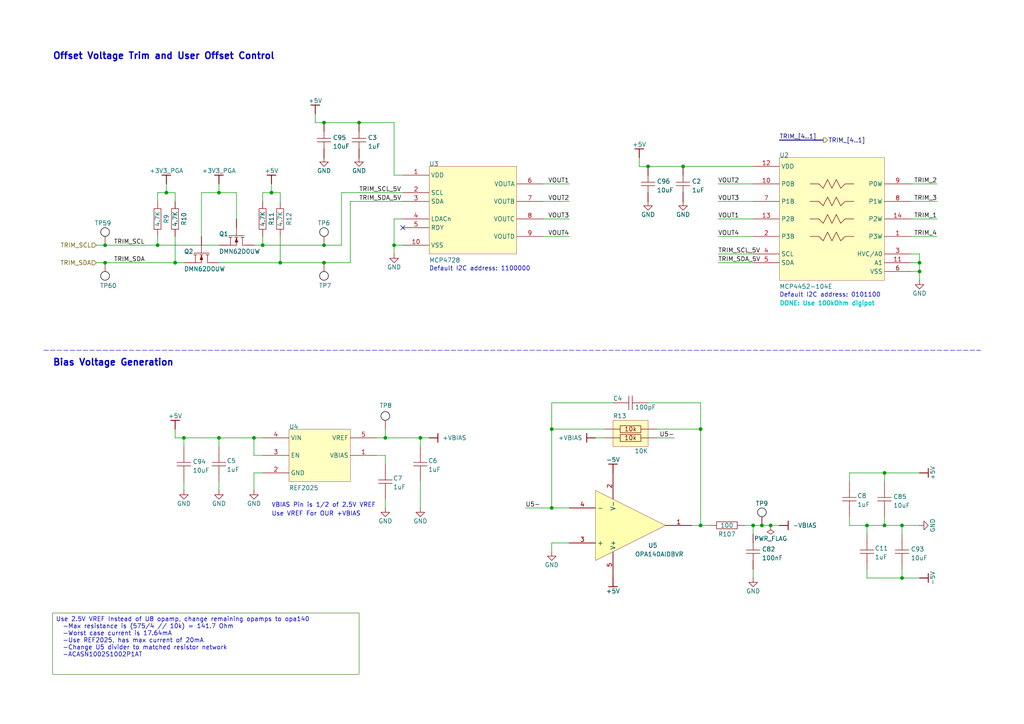
<source format=kicad_sch>
(kicad_sch (version 20250114) (generator "eeschema") (generator_version "9.0")
  (paper "A4")
  (title_block (title "ThunderScope") (rev "5.2") (company "EEVengers") (comment 1 "Aleksa Bjelogrlic"))
  (lib_symbols
    (symbol "Thunderscope_Rev5:+3V3_PGA_BAR" (power)
      (property "Value" "+3V3_PGA" (at 0 -3.81 0))
      (symbol "+3V3_PGA_BAR_0_0"
        (polyline (pts (xy -1.27 -2.54) (xy 1.27 -2.54)) (stroke (width 0.254)))
        (polyline (pts (xy 0 0) (xy 0 -2.54)) (stroke (width 0.254)))
        (pin power_in line (at 0 0 0) (length 0) (hide yes) (name "+3V3_PGA") (number ""))
      )
    )
    (symbol "Thunderscope_Rev5:+5V_BAR" (power)
      (property "Value" "+5V" (at 0 -3.81 0))
      (symbol "+5V_BAR_0_0"
        (polyline (pts (xy -1.27 -2.54) (xy 1.27 -2.54)) (stroke (width 0.254)))
        (polyline (pts (xy 0 0) (xy 0 -2.54)) (stroke (width 0.254)))
        (pin power_in line (at 0 0 0) (length 0) (hide yes) (name "+5V") (number ""))
      )
    )
    (symbol "Thunderscope_Rev5:+VBIAS_BAR" (power)
      (property "Value" "+VBIAS" (at 0 -3.81 0))
      (symbol "+VBIAS_BAR_0_0"
        (polyline (pts (xy -1.27 -2.54) (xy 1.27 -2.54)) (stroke (width 0.254)))
        (polyline (pts (xy 0 0) (xy 0 -2.54)) (stroke (width 0.254)))
        (pin power_in line (at 0 0 0) (length 0) (hide yes) (name "+VBIAS") (number ""))
      )
    )
    (symbol "Thunderscope_Rev5:-5V_BAR" (power)
      (property "Value" "-5V" (at 0 -3.81 0))
      (symbol "-5V_BAR_0_0"
        (polyline (pts (xy -1.27 -2.54) (xy 1.27 -2.54)) (stroke (width 0.254)))
        (polyline (pts (xy 0 0) (xy 0 -2.54)) (stroke (width 0.254)))
        (pin power_in line (at 0 0 0) (length 0) (hide yes) (name "-5V") (number ""))
      )
    )
    (symbol "Thunderscope_Rev5:-VBIAS_BAR" (power)
      (property "Value" "-VBIAS" (at 0 -3.81 0))
      (symbol "-VBIAS_BAR_0_0"
        (polyline (pts (xy -1.27 -2.54) (xy 1.27 -2.54)) (stroke (width 0.254)))
        (polyline (pts (xy 0 0) (xy 0 -2.54)) (stroke (width 0.254)))
        (pin power_in line (at 0 0 0) (length 0) (hide yes) (name "-VBIAS") (number ""))
      )
    )
    (symbol "Thunderscope_Rev5:CAP 100nF 16V X7R 0402" (pin_numbers (hide yes)) (pin_names (hide yes))
      (property "Reference" "C" (at 0 0 0))
      (property "Value" "100nF" (at 0 0 0))
      (symbol "CAP 100nF 16V X7R 0402_1_0"
        (polyline (pts (xy -2 0.5) (xy 2 0.5)))
        (polyline (pts (xy -2 -0.5) (xy 2 -0.5)))
        (polyline (pts (xy 0 2.54) (xy 0 0.5)))
        (polyline (pts (xy 0 -2.54) (xy 0 -0.5)))
        (pin passive line (at 0 5.08 270) (length 2.54) (name "2") (number "2"))
        (pin passive line (at 0 -5.08 90) (length 2.54) (name "1") (number "1"))
      )
    )
    (symbol "Thunderscope_Rev5:CAP 100pF 50V C0G 0402" (pin_numbers (hide yes)) (pin_names (hide yes))
      (property "Reference" "C" (at 0 0 0))
      (property "Value" "100pF" (at 0 0 0))
      (symbol "CAP 100pF 50V C0G 0402_1_0"
        (polyline (pts (xy -2 0.5) (xy 2 0.5)))
        (polyline (pts (xy -2 -0.5) (xy 2 -0.5)))
        (polyline (pts (xy 0 2.54) (xy 0 0.5)))
        (polyline (pts (xy 0 -2.54) (xy 0 -0.5)))
        (pin passive line (at 0 5.08 270) (length 2.54) (name "2") (number "2"))
        (pin passive line (at 0 -5.08 90) (length 2.54) (name "1") (number "1"))
      )
    )
    (symbol "Thunderscope_Rev5:CAP 10uF 25V X5R 0603" (pin_numbers (hide yes)) (pin_names (hide yes))
      (property "Reference" "C" (at 0 0 0))
      (property "Value" "10uF" (at 0 0 0))
      (symbol "CAP 10uF 25V X5R 0603_1_0"
        (polyline (pts (xy -2 0.5) (xy 2 0.5)))
        (polyline (pts (xy -2 -0.5) (xy 2 -0.5)))
        (polyline (pts (xy 0 2.54) (xy 0 0.5)))
        (polyline (pts (xy 0 -2.54) (xy 0 -0.5)))
        (pin passive line (at 0 5.08 270) (length 2.54) (name "2") (number "2"))
        (pin passive line (at 0 -5.08 90) (length 2.54) (name "1") (number "1"))
      )
    )
    (symbol "Thunderscope_Rev5:CAP 1uF 25V X5R 0402" (pin_numbers (hide yes)) (pin_names (hide yes))
      (property "Reference" "C" (at 0 0 0))
      (property "Value" "1uF" (at 0 0 0))
      (symbol "CAP 1uF 25V X5R 0402_1_0"
        (polyline (pts (xy 0 2.54) (xy 0 0.5)))
        (polyline (pts (xy 0 -2.54) (xy 0 -0.5)))
        (polyline (pts (xy 2 0.5) (xy -2 0.5)))
        (polyline (pts (xy 2 -0.5) (xy -2 -0.5)))
        (pin passive line (at 0 5.08 270) (length 2.54) (name "1") (number "1"))
        (pin passive line (at 0 -5.08 90) (length 2.54) (name "2") (number "2"))
      )
    )
    (symbol "Thunderscope_Rev5:GND" (power) (pin_numbers (hide yes)) (pin_names (offset 0) (hide yes))
      (property "Value" "GND" (at 0 -3.81 0))
      (symbol "GND_0_1"
        (polyline (pts (xy 0 0) (xy 0 -1.27) (xy 1.27 -1.27) (xy 0 -2.54) (xy -1.27 -1.27) (xy 0 -1.27)))
      )
      (symbol "GND_1_1"
        (pin power_in line (at 0 0 270) (length 0) (name "~") (number "1"))
      )
    )
    (symbol "Thunderscope_Rev5:IC DAC QUAD MCP4728"
      (property "Reference" "U" (at 0 0 0))
      (property "Value" "MCP4728" (at 0 0 0))
      (symbol "IC DAC QUAD MCP4728_1_0"
        (rectangle (start 12.7 12.7) (end -12.7 -12.7) (stroke (width 0.0254) (color 128 0 0 1)) (fill (type background)))
        (pin power_in line (at -20.32 10.16 0) (length 7.62) (name "VDD") (number "1"))
        (pin open_collector line (at -20.32 5.08 0) (length 7.62) (name "SCL") (number "2"))
        (pin open_collector line (at -20.32 2.54 0) (length 7.62) (name "SDA") (number "3"))
        (pin input line (at -20.32 -2.54 0) (length 7.62) (name "LDACn") (number "4"))
        (pin open_collector line (at -20.32 -5.08 0) (length 7.62) (name "RDY") (number "5"))
        (pin power_in line (at -20.32 -10.16 0) (length 7.62) (name "VSS") (number "10"))
        (pin output line (at 20.32 7.62 180) (length 7.62) (name "VOUTA") (number "6"))
        (pin output line (at 20.32 2.54 180) (length 7.62) (name "VOUTB") (number "7"))
        (pin output line (at 20.32 -2.54 180) (length 7.62) (name "VOUTC") (number "8"))
        (pin output line (at 20.32 -7.62 180) (length 7.62) (name "VOUTD") (number "9"))
      )
    )
    (symbol "Thunderscope_Rev5:IC DIGIPOT QUAD MCP4452-104E"
      (property "Reference" "U" (at 0 0 0))
      (property "Value" "MCP4452-104E" (at 0 0 0))
      (symbol "IC DIGIPOT QUAD MCP4452-104E_1_0"
        (polyline (pts (xy 11.43 -7.62) (xy 8.89 -7.62)))
        (polyline (pts (xy 11.43 -7.62) (xy 12.7 -8.89) (xy 13.97 -6.35) (xy 15.24 -8.89) (xy 16.51 -6.35) (xy 17.78 -8.89)))
        (polyline (pts (xy 11.43 -12.7) (xy 8.89 -12.7)))
        (polyline (pts (xy 11.43 -12.7) (xy 12.7 -13.97) (xy 13.97 -11.43) (xy 15.24 -13.97) (xy 16.51 -11.43) (xy 17.78 -13.97)))
        (polyline (pts (xy 11.43 -17.78) (xy 8.89 -17.78)))
        (polyline (pts (xy 11.43 -17.78) (xy 12.7 -19.05) (xy 13.97 -16.51) (xy 15.24 -19.05) (xy 16.51 -16.51) (xy 17.78 -19.05)))
        (polyline (pts (xy 11.43 -22.86) (xy 8.89 -22.86)))
        (polyline (pts (xy 11.43 -22.86) (xy 12.7 -24.13) (xy 13.97 -21.59) (xy 15.24 -24.13) (xy 16.51 -21.59) (xy 17.78 -24.13)))
        (polyline (pts (xy 17.78 -8.89) (xy 19.05 -7.62) (xy 21.59 -7.62)))
        (polyline (pts (xy 17.78 -13.97) (xy 19.05 -12.7) (xy 21.59 -12.7)))
        (polyline (pts (xy 17.78 -19.05) (xy 19.05 -17.78) (xy 21.59 -17.78)))
        (polyline (pts (xy 17.78 -24.13) (xy 19.05 -22.86) (xy 21.59 -22.86)))
        (rectangle (start 30.48 0) (end 0 -35.56) (stroke (width 0.0254) (color 128 0 0 1)) (fill (type background)))
        (pin power_in line (at -7.62 -2.54 0) (length 7.62) (name "VDD") (number "12"))
        (pin passive line (at -7.62 -7.62 0) (length 7.62) (name "P0B") (number "10"))
        (pin passive line (at -7.62 -12.7 0) (length 7.62) (name "P1B") (number "7"))
        (pin passive line (at -7.62 -17.78 0) (length 7.62) (name "P2B") (number "13"))
        (pin passive line (at -7.62 -22.86 0) (length 7.62) (name "P3B") (number "2"))
        (pin open_collector line (at -7.62 -27.94 0) (length 7.62) (name "SCL") (number "4"))
        (pin open_collector line (at -7.62 -30.48 0) (length 7.62) (name "SDA") (number "5"))
        (pin passive line (at 38.1 -7.62 180) (length 7.62) (name "P0W") (number "9"))
        (pin passive line (at 38.1 -12.7 180) (length 7.62) (name "P1W") (number "8"))
        (pin passive line (at 38.1 -17.78 180) (length 7.62) (name "P2W") (number "14"))
        (pin passive line (at 38.1 -22.86 180) (length 7.62) (name "P3W") (number "1"))
        (pin input line (at 38.1 -27.94 180) (length 7.62) (name "HVC/A0") (number "3"))
        (pin input line (at 38.1 -30.48 180) (length 7.62) (name "A1") (number "11"))
        (pin power_in line (at 38.1 -33.02 180) (length 7.62) (name "VSS") (number "6"))
      )
    )
    (symbol "Thunderscope_Rev5:IC OPAMP OPA140"
      (property "Reference" "U" (at 0 0 0))
      (property "Value" "OPA140AIDBVR" (at 0 0 0))
      (symbol "IC OPAMP OPA140_1_0"
        (polyline (pts (xy -10.16 10.16) (xy 10.16 0) (xy -10.16 -10.16) (xy -10.16 10.16)) (stroke (width 0.0254) (color 128 0 0 1)) (fill (type color) (color 255 255 176 1)))
        (pin input line (at -17.78 5.08 0) (length 7.62) (name "+") (number "3"))
        (pin input line (at -17.78 -5.08 0) (length 7.62) (name "-") (number "4"))
        (pin power_in line (at -5.08 15.24 270) (length 7.62) (name "V+") (number "5"))
        (pin power_in line (at -5.08 -15.24 90) (length 7.62) (name "V-") (number "2"))
        (pin output line (at 17.78 0 180) (length 7.62) (name "OUT") (number "1"))
      )
    )
    (symbol "Thunderscope_Rev5:IC VREF REF2025"
      (property "Reference" "U" (at 0 0 0))
      (property "Value" "REF2025" (at 0 0 0))
      (symbol "IC VREF REF2025_1_0"
        (rectangle (start 25.4 0) (end 7.62 -15.24) (stroke (width 0.0254) (color 128 0 0 1)) (fill (type background)))
        (pin power_in line (at 0 -2.54 0) (length 7.62) (name "VIN") (number "4"))
        (pin input line (at 0 -7.62 0) (length 7.62) (name "EN") (number "3"))
        (pin power_in line (at 0 -12.7 0) (length 7.62) (name "GND") (number "2"))
        (pin power_out line (at 33.02 -2.54 180) (length 7.62) (name "VREF") (number "5"))
        (pin power_out line (at 33.02 -7.62 180) (length 7.62) (name "VBIAS") (number "1"))
      )
    )
    (symbol "Thunderscope_Rev5:NMOS DMN62D0UW" (pin_numbers (hide yes)) (pin_names (hide yes))
      (property "Reference" "Q" (at 0 0 0))
      (property "Value" "DMN62D0UW" (at 0 0 0))
      (symbol "NMOS DMN62D0UW_1_0"
        (polyline (pts (xy -2.54 0) (xy -0.254 0)))
        (polyline (pts (xy -0.254 2.25) (xy -0.254 -2.25)))
        (polyline (pts (xy 0.246 2.25) (xy 0.246 1.25)))
        (polyline (pts (xy 0.246 0) (xy 1.746 -0.5) (xy 1.746 0.5) (xy 0.246 0)) (stroke (width -0.0001)) (fill (type outline)))
        (polyline (pts (xy 0.246 -0.5) (xy 0.246 0.5)))
        (polyline (pts (xy 0.246 -2.25) (xy 0.246 -1.25)))
        (polyline (pts (xy 2.54 1.783) (xy 2.54 2.54)))
        (polyline (pts (xy 2.54 1.75) (xy 0.246 1.75)))
        (polyline (pts (xy 2.54 0) (xy 0.246 0)))
        (polyline (pts (xy 2.54 0) (xy 2.54 -2.54)))
        (polyline (pts (xy 2.54 -1.75) (xy 0.246 -1.75)))
        (pin passive line (at -5.08 0 0) (length 2.54) (name "G") (number "2"))
        (pin passive line (at 2.54 5.08 270) (length 2.54) (name "D") (number "1"))
        (pin passive line (at 2.54 -5.08 90) (length 2.54) (name "S") (number "3"))
      )
    )
    (symbol "Thunderscope_Rev5:RES 100 OHM 1% 1/10W 0402" (pin_numbers (hide yes)) (pin_names (hide yes))
      (property "Reference" "R" (at 0 0 0))
      (property "Value" "100" (at 0 0 0))
      (symbol "RES 100 OHM 1% 1/10W 0402_1_0"
        (rectangle (start 3 0.976) (end -3 -1.056))
        (pin passive line (at -5.08 0 0) (length 2) (name "1") (number "1"))
        (pin passive line (at 5.08 0 180) (length 2) (name "2") (number "2"))
      )
    )
    (symbol "Thunderscope_Rev5:RES 4.7K OHM 1% 1/10W 0402" (pin_numbers (hide yes)) (pin_names (hide yes))
      (property "Reference" "R" (at 0 0 0))
      (property "Value" "4.7K" (at 0 0 0))
      (symbol "RES 4.7K OHM 1% 1/10W 0402_1_0"
        (rectangle (start 3 1.056) (end -3 -0.976))
        (pin passive line (at -5.08 0 0) (length 2) (name "1") (number "1"))
        (pin passive line (at 5.08 0 180) (length 2) (name "2") (number "2"))
      )
    )
    (symbol "Thunderscope_Rev5:RES ARRAY 2x 10K OHM 0.05% 0606" (pin_numbers (hide yes)) (pin_names (hide yes))
      (property "Reference" "R" (at 0 0 0))
      (property "Value" "10K" (at 0 0 0))
      (symbol "RES ARRAY 2x 10K OHM 0.05% 0606_1_0"
        (rectangle (start 10.62 -1.564) (end 4.62 -3.596))
        (rectangle (start 10.62 -4.104) (end 4.62 -6.136))
        (rectangle (start 12.7 0) (end 2.54 -7.62) (stroke (width 0.0254) (color 128 0 0 1)) (fill (type background)))
        (text "10k" (at 7.62 -2.54 0) (effects (font (size 1.27 1.27))))
        (text "10k" (at 7.62 -5.08 0) (effects (font (size 1.27 1.27))))
        (pin passive line (at 0 -2.54 0) (length 4.54) (name "1") (number "1"))
        (pin passive line (at 0 -5.08 0) (length 4.54) (name "2") (number "2"))
        (pin passive line (at 15.24 -2.54 180) (length 4.54) (name "4") (number "4"))
        (pin passive line (at 15.24 -5.08 180) (length 4.54) (name "3") (number "3"))
      )
    )
    (symbol "Thunderscope_Rev5:TP PCB 1mm" (pin_numbers (hide yes)) (pin_names (hide yes))
      (property "Reference" "T" (at 0 0 0))
      (symbol "TP PCB 1mm_1_0"
        (circle (center 3.81 0) (radius 1.27) (stroke (width 0) (color 0 0 0 1)))
        (pin passive line (at 0 0 0) (length 2.54) (name "1") (number "1"))
      )
    )
    (symbol "power:PWR_FLAG" (power) (pin_numbers (hide yes)) (pin_names (offset 0) (hide yes))
      (property "Value" "PWR_FLAG" (at 0 3.81 0))
      (symbol "PWR_FLAG_0_0"
        (pin power_out line (at 0 0 90) (length 0) (name "~") (number "1"))
      )
      (symbol "PWR_FLAG_0_1"
        (polyline (pts (xy 0 0) (xy 0 1.27) (xy -1.016 1.905) (xy 0 2.54) (xy 1.016 1.905) (xy 0 1.27)))
      )
    )
  )
  (text "Bias Voltage Generation" (at 15.24 104.14 0) (effects (font (size 1.905 1.905) (thickness 0.381) (bold yes)) (justify left top)))
  (text "Default I2C address: 0101100" (at 226.06 86.36 0) (effects (font (size 1.27 1.27)) (justify left bottom)))
  (text "Offset Voltage Trim and User Offset Control" (at 15.24 15.24 0) (effects (font (size 1.905 1.905) (thickness 0.381) (bold yes)) (justify left top)))
  (text "Use VREF For OUR +VBIAS" (at 78.74 149.86 0) (effects (font (size 1.27 1.27) (thickness 0.1588)) (justify left bottom)))
  (text "Default I2C address: 1100000" (at 124.46 78.74 0) (effects (font (size 1.27 1.27)) (justify left bottom)))
  (text "DONE: Use 100kOhm digipot" (at 226.06 88.9 0) (effects (font (size 1.27 1.27) (thickness 0.254) (bold yes)) (justify left bottom)))
  (text "VBIAS Pin is 1/2 of 2.5V VREF" (at 78.74 147.32 0) (effects (font (size 1.27 1.27) (thickness 0.1588)) (justify left bottom)))
  (text_box "Use 2.5V VREF Instead of U8 opamp, change remaining opamps to opa140\n  -Max resistance is (575/4 // 10k) = 141.7 Ohm\n  -Worst case current is 17.64mA\n  -Use REF2025, has max current of 20mA\n  -Change U5 divider to matched resistor network\n  -ACASN1002S1002P1AT" (at 15.24 177.8 0) (size 88.9 17.78) (margins 0.9525 0.9525 0.9525 0.9525) (stroke (width 0) (color 56 118 29 1)) (fill (type color) (color 255 255 255 1)) (effects (font (size 1.27 1.27)) (justify left top)))
  (junction (at 203.2 152.4))
  (junction (at 48.26 55.88))
  (junction (at 53.34 127))
  (junction (at 73.66 127))
  (junction (at 81.28 76.2))
  (junction (at 76.2 71.12))
  (junction (at 121.92 127))
  (junction (at 187.96 48.26))
  (junction (at 93.98 71.12))
  (junction (at 104.14 35.56))
  (junction (at 261.62 167.64))
  (junction (at 50.8 76.2))
  (junction (at 218.44 152.4))
  (junction (at 223.52 152.4))
  (junction (at 256.54 137.16))
  (junction (at 266.7 76.2))
  (junction (at 78.74 55.88))
  (junction (at 63.5 127))
  (junction (at 160.02 124.46))
  (junction (at 266.7 78.74))
  (junction (at 45.72 71.12))
  (junction (at 30.48 76.2))
  (junction (at 203.2 124.46))
  (junction (at 63.5 55.88))
  (junction (at 30.48 71.12))
  (junction (at 160.02 147.32))
  (junction (at 114.3 71.12))
  (junction (at 93.98 35.56))
  (junction (at 251.46 152.4))
  (junction (at 198.12 48.26))
  (junction (at 256.54 152.4))
  (junction (at 220.98 152.4))
  (junction (at 261.62 152.4))
  (junction (at 111.76 127))
  (junction (at 93.98 76.2))
  (no_connect (at 116.84 66.04))
  (wire (pts (xy 261.62 152.4) (xy 256.54 152.4)))
  (wire (pts (xy 116.84 71.12) (xy 114.3 71.12)))
  (wire (pts (xy 185.42 45.72) (xy 185.42 48.26)))
  (polyline (pts (xy 12.7 101.6) (xy 284.48 101.6)) (stroke (width 0.127) (type dash)))
  (wire (pts (xy 114.3 35.56) (xy 114.3 50.8)))
  (wire (pts (xy 73.66 142.24) (xy 73.66 137.16)))
  (wire (pts (xy 27.94 71.12) (xy 30.48 71.12)))
  (wire (pts (xy 121.92 127) (xy 124.46 127)))
  (wire (pts (xy 208.28 73.66) (xy 218.44 73.66)))
  (wire (pts (xy 58.42 55.88) (xy 63.5 55.88)))
  (wire (pts (xy 208.28 76.2) (xy 218.44 76.2)))
  (wire (pts (xy 203.2 116.84) (xy 203.2 124.46)))
  (wire (pts (xy 203.2 152.4) (xy 205.74 152.4)))
  (wire (pts (xy 246.38 152.4) (xy 246.38 149.86)))
  (wire (pts (xy 172.72 127) (xy 175.26 127)))
  (wire (pts (xy 203.2 124.46) (xy 203.2 152.4)))
  (wire (pts (xy 50.8 68.58) (xy 50.8 76.2)))
  (wire (pts (xy 91.44 33.02) (xy 91.44 35.56)))
  (wire (pts (xy 104.14 35.56) (xy 114.3 35.56)))
  (wire (pts (xy 157.48 63.5) (xy 165.1 63.5)))
  (wire (pts (xy 50.8 124.46) (xy 50.8 127)))
  (wire (pts (xy 48.26 53.34) (xy 48.26 55.88)))
  (wire (pts (xy 251.46 152.4) (xy 246.38 152.4)))
  (wire (pts (xy 190.5 124.46) (xy 203.2 124.46)))
  (wire (pts (xy 185.42 48.26) (xy 187.96 48.26)))
  (wire (pts (xy 266.7 78.74) (xy 266.7 81.28)))
  (wire (pts (xy 73.66 127) (xy 76.2 127)))
  (wire (pts (xy 63.5 53.34) (xy 63.5 55.88)))
  (wire (pts (xy 264.16 63.5) (xy 271.78 63.5)))
  (wire (pts (xy 256.54 137.16) (xy 256.54 139.7)))
  (wire (pts (xy 256.54 149.86) (xy 256.54 152.4)))
  (wire (pts (xy 116.84 63.5) (xy 114.3 63.5)))
  (wire (pts (xy 160.02 124.46) (xy 160.02 147.32)))
  (wire (pts (xy 99.06 55.88) (xy 116.84 55.88)))
  (wire (pts (xy 157.48 58.42) (xy 165.1 58.42)))
  (wire (pts (xy 261.62 165.1) (xy 261.62 167.64)))
  (wire (pts (xy 215.9 152.4) (xy 218.44 152.4)))
  (wire (pts (xy 53.34 127) (xy 63.5 127)))
  (wire (pts (xy 78.74 55.88) (xy 81.28 55.88)))
  (wire (pts (xy 78.74 53.34) (xy 78.74 55.88)))
  (wire (pts (xy 220.98 152.4) (xy 223.52 152.4)))
  (wire (pts (xy 261.62 152.4) (xy 261.62 154.94)))
  (bus (pts (xy 238.76 40.64) (xy 226.06 40.64)) (stroke (width 0.254)))
  (wire (pts (xy 208.28 63.5) (xy 218.44 63.5)))
  (wire (pts (xy 218.44 152.4) (xy 220.98 152.4)))
  (wire (pts (xy 266.7 73.66) (xy 266.7 76.2)))
  (wire (pts (xy 109.22 127) (xy 111.76 127)))
  (wire (pts (xy 266.7 137.16) (xy 256.54 137.16)))
  (wire (pts (xy 93.98 71.12) (xy 99.06 71.12)))
  (wire (pts (xy 50.8 76.2) (xy 53.34 76.2)))
  (wire (pts (xy 45.72 71.12) (xy 63.5 71.12)))
  (wire (pts (xy 160.02 147.32) (xy 165.1 147.32)))
  (wire (pts (xy 73.66 137.16) (xy 76.2 137.16)))
  (wire (pts (xy 266.7 76.2) (xy 266.7 78.74)))
  (wire (pts (xy 264.16 78.74) (xy 266.7 78.74)))
  (wire (pts (xy 63.5 76.2) (xy 81.28 76.2)))
  (wire (pts (xy 187.96 116.84) (xy 203.2 116.84)))
  (wire (pts (xy 45.72 58.42) (xy 45.72 55.88)))
  (wire (pts (xy 246.38 137.16) (xy 256.54 137.16)))
  (wire (pts (xy 121.92 127) (xy 121.92 129.54)))
  (wire (pts (xy 111.76 127) (xy 121.92 127)))
  (wire (pts (xy 81.28 76.2) (xy 81.28 68.58)))
  (wire (pts (xy 109.22 132.08) (xy 111.76 132.08)))
  (wire (pts (xy 101.6 58.42) (xy 101.6 76.2)))
  (wire (pts (xy 53.34 127) (xy 53.34 129.54)))
  (wire (pts (xy 157.48 68.58) (xy 165.1 68.58)))
  (wire (pts (xy 45.72 55.88) (xy 48.26 55.88)))
  (wire (pts (xy 223.52 152.4) (xy 226.06 152.4)))
  (wire (pts (xy 160.02 124.46) (xy 175.26 124.46)))
  (wire (pts (xy 76.2 55.88) (xy 78.74 55.88)))
  (wire (pts (xy 45.72 68.58) (xy 45.72 71.12)))
  (wire (pts (xy 81.28 76.2) (xy 93.98 76.2)))
  (wire (pts (xy 91.44 35.56) (xy 93.98 35.56)))
  (wire (pts (xy 190.5 127) (xy 195.58 127)))
  (wire (pts (xy 264.16 53.34) (xy 271.78 53.34)))
  (wire (pts (xy 160.02 116.84) (xy 160.02 124.46)))
  (wire (pts (xy 48.26 55.88) (xy 50.8 55.88)))
  (wire (pts (xy 187.96 48.26) (xy 198.12 48.26)))
  (wire (pts (xy 114.3 50.8) (xy 116.84 50.8)))
  (wire (pts (xy 114.3 71.12) (xy 114.3 73.66)))
  (wire (pts (xy 111.76 147.32) (xy 111.76 144.78)))
  (wire (pts (xy 208.28 53.34) (xy 218.44 53.34)))
  (wire (pts (xy 76.2 132.08) (xy 73.66 132.08)))
  (wire (pts (xy 63.5 127) (xy 63.5 129.54)))
  (wire (pts (xy 251.46 154.94) (xy 251.46 152.4)))
  (wire (pts (xy 200.66 152.4) (xy 203.2 152.4)))
  (wire (pts (xy 264.16 58.42) (xy 271.78 58.42)))
  (wire (pts (xy 264.16 68.58) (xy 271.78 68.58)))
  (wire (pts (xy 218.44 165.1) (xy 218.44 167.64)))
  (wire (pts (xy 251.46 167.64) (xy 251.46 165.1)))
  (wire (pts (xy 53.34 139.7) (xy 53.34 142.24)))
  (wire (pts (xy 76.2 58.42) (xy 76.2 55.88)))
  (wire (pts (xy 99.06 55.88) (xy 99.06 71.12)))
  (wire (pts (xy 68.58 55.88) (xy 68.58 63.5)))
  (wire (pts (xy 93.98 35.56) (xy 104.14 35.56)))
  (wire (pts (xy 121.92 147.32) (xy 121.92 139.7)))
  (wire (pts (xy 208.28 58.42) (xy 218.44 58.42)))
  (wire (pts (xy 73.66 132.08) (xy 73.66 127)))
  (wire (pts (xy 30.48 71.12) (xy 45.72 71.12)))
  (wire (pts (xy 264.16 73.66) (xy 266.7 73.66)))
  (wire (pts (xy 58.42 68.58) (xy 58.42 55.88)))
  (wire (pts (xy 101.6 58.42) (xy 116.84 58.42)))
  (wire (pts (xy 198.12 48.26) (xy 218.44 48.26)))
  (wire (pts (xy 81.28 55.88) (xy 81.28 58.42)))
  (wire (pts (xy 264.16 76.2) (xy 266.7 76.2)))
  (wire (pts (xy 50.8 55.88) (xy 50.8 58.42)))
  (wire (pts (xy 177.8 116.84) (xy 160.02 116.84)))
  (wire (pts (xy 261.62 167.64) (xy 251.46 167.64)))
  (wire (pts (xy 63.5 139.7) (xy 63.5 142.24)))
  (wire (pts (xy 208.28 68.58) (xy 218.44 68.58)))
  (wire (pts (xy 111.76 132.08) (xy 111.76 134.62)))
  (wire (pts (xy 30.48 76.2) (xy 50.8 76.2)))
  (wire (pts (xy 160.02 160.02) (xy 160.02 157.48)))
  (wire (pts (xy 266.7 167.64) (xy 261.62 167.64)))
  (wire (pts (xy 63.5 127) (xy 73.66 127)))
  (wire (pts (xy 63.5 55.88) (xy 68.58 55.88)))
  (wire (pts (xy 76.2 71.12) (xy 73.66 71.12)))
  (wire (pts (xy 266.7 152.4) (xy 261.62 152.4)))
  (wire (pts (xy 50.8 127) (xy 53.34 127)))
  (wire (pts (xy 114.3 63.5) (xy 114.3 71.12)))
  (wire (pts (xy 218.44 152.4) (xy 218.44 154.94)))
  (wire (pts (xy 27.94 76.2) (xy 30.48 76.2)))
  (wire (pts (xy 111.76 127) (xy 111.76 124.46)))
  (wire (pts (xy 152.4 147.32) (xy 160.02 147.32)))
  (wire (pts (xy 256.54 152.4) (xy 251.46 152.4)))
  (wire (pts (xy 246.38 137.16) (xy 246.38 139.7)))
  (wire (pts (xy 157.48 53.34) (xy 165.1 53.34)))
  (wire (pts (xy 93.98 76.2) (xy 101.6 76.2)))
  (wire (pts (xy 76.2 71.12) (xy 93.98 71.12)))
  (wire (pts (xy 76.2 71.12) (xy 76.2 68.58)))
  (wire (pts (xy 160.02 157.48) (xy 165.1 157.48)))
  (label "TRIM_SDA" (at 33.02 76.2 0))
  (label "TRIM_3" (at 271.78 58.42 180))
  (label "TRIM_SCL" (at 33.02 71.12 0))
  (label "TRIM_1" (at 271.78 63.5 180))
  (label "VOUT2" (at 165.1 58.42 180))
  (label "TRIM_SCL_5V" (at 104.14 55.88 0))
  (label "TRIM_SDA_5V" (at 104.14 58.42 0))
  (label "U5-" (at 152.4 147.32 0))
  (label "U5-" (at 195.58 127 180))
  (label "VOUT1" (at 208.28 63.5 0))
  (label "TRIM_SCL_5V" (at 208.28 73.66 0))
  (label "TRIM_4" (at 271.78 68.58 180))
  (label "VOUT3" (at 208.28 58.42 0))
  (label "VOUT4" (at 208.28 68.58 0))
  (label "TRIM_2" (at 271.78 53.34 180))
  (label "VOUT1" (at 165.1 53.34 180))
  (label "VOUT3" (at 165.1 63.5 180))
  (label "TRIM_[4..1]" (at 226.06 40.64 0))
  (label "VOUT2" (at 208.28 53.34 0))
  (label "TRIM_SDA_5V" (at 208.28 76.2 0))
  (label "VOUT4" (at 165.1 68.58 180))
  (hierarchical_label "TRIM_SCL" (shape input) (at 27.94 71.12 180))
  (hierarchical_label "TRIM_[4..1]" (shape output) (at 238.76 40.64 0))
  (hierarchical_label "TRIM_SDA" (shape input) (at 27.94 76.2 180))
  (symbol (lib_id "Thunderscope_Rev5:GND") (at 111.76 147.32 0) (unit 1)
    (property "Reference" "#PWR0188" (effects (hide yes)))
    (property "Value" "GND" (at 111.76 151.13 0))
    (property "Description" "Power symbol creates a global label with name \"GND\" , ground" (effects (hide yes)))
  )
  (symbol (lib_id "Thunderscope_Rev5:+VBIAS_BAR") (at 172.72 127 270) (unit 1)
    (property "Reference" "#PWR?" (effects (hide yes)))
    (property "Value" "+VBIAS" (at 168.91 127 90) (effects (justify right)))
    (property "Description" "Power symbol creates a global label with name '+VBIAS'" (effects (hide yes)))
  )
  (symbol (lib_id "Thunderscope_Rev5:+5V_BAR") (at 50.8 124.46 180) (unit 1)
    (property "Reference" "#PWR?" (effects (hide yes)))
    (property "Value" "+5V" (at 50.8 120.65 0))
    (property "Description" "Power symbol creates a global label with name '+5V'" (effects (hide yes)))
  )
  (symbol (lib_id "Thunderscope_Rev5:RES 4.7K OHM 1% 1/10W 0402") (at 81.28 63.5 90) (unit 1)
    (property "Reference" "R12" (at 83.82 63.5 0))
    (property "Value" "4.7K" (at 81.28 63.5 0))
    (property "Footprint" "Thunderscope_Rev5:GEN_R_0402" (effects (hide yes)))
    (property "TOLERANCE" "1%" (effects (hide yes)))
    (property "PACKAGE" "0402" (effects (hide yes)))
    (property "SUPPLIER 1" "Mouser" (effects (hide yes)))
    (property "SUPPLIER PART NUMBER 1" "667-ERJ-2RKF4701X" (effects (hide yes)))
    (property "MANUFACTURER" "Panasonic" (effects (hide yes)))
    (property "MANUFACTURER PART NUMBER" "ERJ-2RKF4701X" (effects (hide yes)))
  )
  (symbol (lib_id "Thunderscope_Rev5:+3V3_PGA_BAR") (at 48.26 53.34 180) (unit 1)
    (property "Reference" "#PWR?" (effects (hide yes)))
    (property "Value" "+3V3_PGA" (at 48.26 49.53 0))
    (property "Description" "Power symbol creates a global label with name '+3V3_PGA'" (effects (hide yes)))
  )
  (symbol (lib_id "Thunderscope_Rev5:GND") (at 63.5 142.24 0) (unit 1)
    (property "Reference" "#PWR0186" (effects (hide yes)))
    (property "Value" "GND" (at 63.5 146.05 0))
    (property "Description" "Power symbol creates a global label with name \"GND\" , ground" (effects (hide yes)))
  )
  (symbol (lib_id "Thunderscope_Rev5:CAP 10uF 25V X5R 0603") (at 261.62 160.02 0) (unit 1)
    (property "Reference" "C93" (at 264.16 160.02 0) (effects (justify left bottom)))
    (property "Value" "10uF" (at 264.16 162.56 0) (effects (justify left bottom)))
    (property "Footprint" "Thunderscope_Rev5:GEN_C_0603" (effects (hide yes)))
    (property "PACKAGE" "0402" (effects (hide yes)))
    (property "VOLTAGE RATING" "25V" (effects (hide yes)))
    (property "SUPPLIER 1" "Mouser" (effects (hide yes)))
    (property "SUPPLIER PART NUMBER 1" "81-GRM188R61E106MA3D" (effects (hide yes)))
    (property "MANUFACTURER" "Murata" (effects (hide yes)))
    (property "MANUFACTURER PART NUMBER" "GRM188R61E106MA73D" (effects (hide yes)))
  )
  (symbol (lib_id "Thunderscope_Rev5:+5V_BAR") (at 266.7 137.16 90) (unit 1)
    (property "Reference" "#PWR?" (effects (hide yes)))
    (property "Value" "+5V" (at 270.51 137.16 0))
    (property "Description" "Power symbol creates a global label with name '+5V'" (effects (hide yes)))
  )
  (symbol (lib_id "Thunderscope_Rev5:RES 4.7K OHM 1% 1/10W 0402") (at 50.8 63.5 90) (unit 1)
    (property "Reference" "R10" (at 53.34 63.5 0))
    (property "Value" "4.7K" (at 50.8 63.5 0))
    (property "Footprint" "Thunderscope_Rev5:GEN_R_0402" (effects (hide yes)))
    (property "TOLERANCE" "1%" (effects (hide yes)))
    (property "PACKAGE" "0402" (effects (hide yes)))
    (property "SUPPLIER 1" "Mouser" (effects (hide yes)))
    (property "SUPPLIER PART NUMBER 1" "667-ERJ-2RKF4701X" (effects (hide yes)))
    (property "MANUFACTURER" "Panasonic" (effects (hide yes)))
    (property "MANUFACTURER PART NUMBER" "ERJ-2RKF4701X" (effects (hide yes)))
  )
  (symbol (lib_id "Thunderscope_Rev5:CAP 1uF 25V X5R 0402") (at 111.76 139.7 0) (unit 1)
    (property "Reference" "C7" (at 114.014 139.446 0) (effects (justify left bottom)))
    (property "Value" "1uF" (at 114.014 141.986 0) (effects (justify left bottom)))
    (property "Footprint" "Thunderscope_Rev5:GEN_C_0402" (effects (hide yes)))
    (property "PACKAGE" "0402" (effects (hide yes)))
    (property "VOLTAGE RATING" "25V" (effects (hide yes)))
    (property "SUPPLIER 1" "Mouser" (effects (hide yes)))
    (property "SUPPLIER PART NUMBER 1" "81-GRM155R61E105KA2D" (effects (hide yes)))
    (property "MANUFACTURER" "Murata" (effects (hide yes)))
    (property "MANUFACTURER PART NUMBER" "GRM155R61E105KA12D" (effects (hide yes)))
  )
  (symbol (lib_id "Thunderscope_Rev5:TP PCB 1mm") (at 30.48 76.2 270) (unit 1) (in_bom no)
    (property "Reference" "TP60" (at 28.9704 83.5786 90) (effects (justify left bottom)))
    (property "Value" "PCB" (effects (hide yes)))
    (property "Footprint" "Thunderscope_Rev5:GEN_TP_PCB" (effects (hide yes)))
  )
  (symbol (lib_id "Thunderscope_Rev5:RES 100 OHM 1% 1/10W 0402") (at 210.82 152.4 180) (unit 1)
    (property "Reference" "R107" (at 210.82 154.94 0))
    (property "Value" "100" (at 210.82 152.4 0))
    (property "Footprint" "Thunderscope_Rev5:GEN_R_0402" (effects (hide yes)))
    (property "TOLERANCE" "1%" (effects (hide yes)))
    (property "PACKAGE" "0402" (effects (hide yes)))
    (property "SUPPLIER 1" "Mouser" (effects (hide yes)))
    (property "SUPPLIER PART NUMBER 1" "603-RC0402FR-07100RL" (effects (hide yes)))
    (property "MANUFACTURER" "Yageo" (effects (hide yes)))
    (property "MANUFACTURER PART NUMBER" "RC0402FR-07100RL" (effects (hide yes)))
  )
  (symbol (lib_id "Thunderscope_Rev5:RES 4.7K OHM 1% 1/10W 0402") (at 76.2 63.5 90) (unit 1)
    (property "Reference" "R11" (at 78.74 63.5 0))
    (property "Value" "4.7K" (at 76.2 63.5 0))
    (property "Footprint" "Thunderscope_Rev5:GEN_R_0402" (effects (hide yes)))
    (property "TOLERANCE" "1%" (effects (hide yes)))
    (property "PACKAGE" "0402" (effects (hide yes)))
    (property "SUPPLIER 1" "Mouser" (effects (hide yes)))
    (property "SUPPLIER PART NUMBER 1" "667-ERJ-2RKF4701X" (effects (hide yes)))
    (property "MANUFACTURER" "Panasonic" (effects (hide yes)))
    (property "MANUFACTURER PART NUMBER" "ERJ-2RKF4701X" (effects (hide yes)))
  )
  (symbol (lib_id "Thunderscope_Rev5:+3V3_PGA_BAR") (at 63.5 53.34 180) (unit 1)
    (property "Reference" "#PWR?" (effects (hide yes)))
    (property "Value" "+3V3_PGA" (at 63.5 49.53 0))
    (property "Description" "Power symbol creates a global label with name '+3V3_PGA'" (effects (hide yes)))
  )
  (symbol (lib_id "Thunderscope_Rev5:GND") (at 121.92 147.32 0) (unit 1)
    (property "Reference" "#PWR0190" (effects (hide yes)))
    (property "Value" "GND" (at 121.92 151.13 0))
    (property "Description" "Power symbol creates a global label with name \"GND\" , ground" (effects (hide yes)))
  )
  (symbol (lib_id "Thunderscope_Rev5:+VBIAS_BAR") (at 124.46 127 90) (unit 1)
    (property "Reference" "#PWR?" (effects (hide yes)))
    (property "Value" "+VBIAS" (at 128.27 127 90) (effects (justify right)))
    (property "Description" "Power symbol creates a global label with name '+VBIAS'" (effects (hide yes)))
  )
  (symbol (lib_id "Thunderscope_Rev5:GND") (at 218.44 167.64 0) (unit 1)
    (property "Reference" "#PWR0426" (effects (hide yes)))
    (property "Value" "GND" (at 218.44 171.45 0))
    (property "Description" "Power symbol creates a global label with name \"GND\" , ground" (effects (hide yes)))
  )
  (symbol (lib_id "Thunderscope_Rev5:RES ARRAY 2x 10K OHM 0.05% 0606") (at 175.26 121.92 0) (unit 1)
    (property "Reference" "R13" (at 177.8 120.65 0) (effects (justify left)))
    (property "Value" "10K" (at 187.96 130.81 0) (effects (justify right)))
    (property "Footprint" "Thunderscope_Rev5:GEN_R_2ARRAY_0606" (effects (hide yes)))
    (property "TOLERANCE" "1%" (effects (hide yes)))
    (property "PACKAGE" "0606" (effects (hide yes)))
    (property "MANUFACTURER" "Vishay Beyschlag" (effects (hide yes)))
    (property "MANUFACTURER PART NUMBER" "ACASN1002S1002P1ATF1002X" (effects (hide yes)))
    (property "SUPPLIER 1" "Mouser" (effects (hide yes)))
    (property "SUPPLIER PART NUMBER 1" "594-ACASN1002S1002AT" (effects (hide yes)))
  )
  (symbol (lib_id "Thunderscope_Rev5:+5V_BAR") (at 185.42 45.72 180) (unit 1)
    (property "Reference" "#PWR?" (effects (hide yes)))
    (property "Value" "+5V" (at 185.42 41.91 0))
    (property "Description" "Power symbol creates a global label with name '+5V'" (effects (hide yes)))
  )
  (symbol (lib_id "Thunderscope_Rev5:GND") (at 104.14 45.72 0) (unit 1)
    (property "Reference" "#PWR0182" (effects (hide yes)))
    (property "Value" "GND" (at 104.14 49.53 0))
    (property "Description" "Power symbol creates a global label with name \"GND\" , ground" (effects (hide yes)))
  )
  (symbol (lib_id "Thunderscope_Rev5:+5V_BAR") (at 177.8 167.64 0) (unit 1)
    (property "Reference" "#PWR?" (effects (hide yes)))
    (property "Value" "+5V" (at 177.8 171.45 0))
    (property "Description" "Power symbol creates a global label with name '+5V'" (effects (hide yes)))
  )
  (symbol (lib_id "Thunderscope_Rev5:RES 4.7K OHM 1% 1/10W 0402") (at 45.72 63.5 90) (unit 1)
    (property "Reference" "R9" (at 48.26 63.5 0))
    (property "Value" "4.7K" (at 45.72 63.5 0))
    (property "Footprint" "Thunderscope_Rev5:GEN_R_0402" (effects (hide yes)))
    (property "TOLERANCE" "1%" (effects (hide yes)))
    (property "PACKAGE" "0402" (effects (hide yes)))
    (property "SUPPLIER 1" "Mouser" (effects (hide yes)))
    (property "SUPPLIER PART NUMBER 1" "667-ERJ-2RKF4701X" (effects (hide yes)))
    (property "MANUFACTURER" "Panasonic" (effects (hide yes)))
    (property "MANUFACTURER PART NUMBER" "ERJ-2RKF4701X" (effects (hide yes)))
  )
  (symbol (lib_id "Thunderscope_Rev5:GND") (at 266.7 152.4 90) (unit 1)
    (property "Reference" "#PWR0192" (effects (hide yes)))
    (property "Value" "GND" (at 270.51 152.4 0))
    (property "Description" "Power symbol creates a global label with name \"GND\" , ground" (effects (hide yes)))
  )
  (symbol (lib_id "Thunderscope_Rev5:TP PCB 1mm") (at 30.48 71.12 90) (unit 1) (in_bom no)
    (property "Reference" "TP59" (at 32.2878 63.9808 90) (effects (justify left bottom)))
    (property "Value" "PCB" (effects (hide yes)))
    (property "Footprint" "Thunderscope_Rev5:GEN_TP_PCB" (effects (hide yes)))
  )
  (symbol (lib_id "Thunderscope_Rev5:TP PCB 1mm") (at 111.76 124.46 90) (unit 1) (in_bom no)
    (property "Reference" "TP8" (at 113.715 116.8988 90) (effects (justify left bottom)))
    (property "Value" "PCB" (effects (hide yes)))
    (property "Footprint" "Thunderscope_Rev5:GEN_TP_PCB" (effects (hide yes)))
  )
  (symbol (lib_id "Thunderscope_Rev5:+5V_BAR") (at 91.44 33.02 180) (unit 1)
    (property "Reference" "#PWR0430" (effects (hide yes)))
    (property "Value" "+5V" (at 91.44 29.21 0))
    (property "Description" "Power symbol creates a global label with name '+5V'" (effects (hide yes)))
  )
  (symbol (lib_id "Thunderscope_Rev5:GND") (at 73.66 142.24 0) (unit 1)
    (property "Reference" "#PWR0187" (effects (hide yes)))
    (property "Value" "GND" (at 73.66 146.05 0))
    (property "Description" "Power symbol creates a global label with name \"GND\" , ground" (effects (hide yes)))
  )
  (symbol (lib_id "Thunderscope_Rev5:IC OPAMP OPA140") (at 182.88 152.4 0) (mirror x) (unit 1)
    (property "Reference" "U5" (at 187.96 157.48 0) (effects (justify left bottom)))
    (property "Value" "OPA140AIDBVR" (at 184.15 160.02 0) (effects (justify left bottom)))
    (property "Footprint" "Thunderscope_Rev5:GEN_SOT23_5_950_2900X1600X1450" (effects (hide yes)))
    (property "SUPPLIER 1" "Texas Instruments" (effects (hide yes)))
    (property "SUPPLIER PART NUMBER 1" "OPA140AIDBVR" (effects (hide yes)))
    (property "MANUFACTURER" "Texas Instruments" (effects (hide yes)))
    (property "MANUFACTURER PART NUMBER" "OPA140AIDBVR" (effects (hide yes)))
  )
  (symbol (lib_id "Thunderscope_Rev5:GND") (at 53.34 142.24 0) (unit 1)
    (property "Reference" "#PWR0427" (effects (hide yes)))
    (property "Value" "GND" (at 53.34 146.05 0))
    (property "Description" "Power symbol creates a global label with name \"GND\" , ground" (effects (hide yes)))
  )
  (symbol (lib_id "Thunderscope_Rev5:-5V_BAR") (at 266.7 167.64 90) (unit 1)
    (property "Reference" "#PWR?" (effects (hide yes)))
    (property "Value" "-5V" (at 270.51 167.64 0))
    (property "Description" "Power symbol creates a global label with name '-5V'" (effects (hide yes)))
  )
  (symbol (lib_id "Thunderscope_Rev5:NMOS DMN62D0UW") (at 68.58 68.58 270) (unit 1)
    (property "Reference" "Q1" (at 63.5 68.58 90) (effects (justify left bottom)))
    (property "Value" "DMN62D0UW" (at 63.5 73.66 90) (effects (justify left bottom)))
    (property "Footprint" "Thunderscope_Rev5:GEN_SOT_323" (effects (hide yes)))
    (property "VDSS" "60V" (effects (hide yes)))
    (property "SUPPLIER 1" "Mouser" (effects (hide yes)))
    (property "SUPPLIER PART NUMBER 1" "621-DMN62D0UW-7" (effects (hide yes)))
    (property "HOUSE PART NUMBER" "DMN62D0UW-7" (effects (hide yes)))
    (property "MANUFACTURER" "Diodes" (effects (hide yes)))
    (property "MANUFACTURER PART NUMBER" "DMN62D0UW-7" (effects (hide yes)))
  )
  (symbol (lib_id "Thunderscope_Rev5:TP PCB 1mm") (at 93.98 76.2 270) (unit 1) (in_bom no)
    (property "Reference" "TP7" (at 92.4704 83.5786 90) (effects (justify left bottom)))
    (property "Value" "PCB" (effects (hide yes)))
    (property "Footprint" "Thunderscope_Rev5:GEN_TP_PCB" (effects (hide yes)))
  )
  (symbol (lib_id "Thunderscope_Rev5:IC DAC QUAD MCP4728") (at 137.16 60.96 0) (unit 1)
    (property "Reference" "U3" (at 124.46 48.26 0) (effects (justify left bottom)))
    (property "Value" "MCP4728" (at 124.46 76.2 0) (effects (justify left bottom)))
    (property "Footprint" "Thunderscope_Rev5:MC_MSOP10_UN" (effects (hide yes)))
    (property "SUPPLIER 1" "Mouser" (effects (hide yes)))
    (property "SUPPLIER PART NUMBER 1" "579-MCP4728T-E/UN" (effects (hide yes)))
    (property "MANUFACTURER" "Microchip" (effects (hide yes)))
    (property "MANUFACTURER PART NUMBER" "MCP4728T-E/UN" (effects (hide yes)))
  )
  (symbol (lib_id "Thunderscope_Rev5:-5V_BAR") (at 177.8 137.16 180) (unit 1)
    (property "Reference" "#PWR?" (effects (hide yes)))
    (property "Value" "-5V" (at 177.8 133.35 0))
    (property "Description" "Power symbol creates a global label with name '-5V'" (effects (hide yes)))
  )
  (symbol (lib_id "Thunderscope_Rev5:CAP 1uF 25V X5R 0402") (at 121.92 134.62 0) (unit 1)
    (property "Reference" "C6" (at 124.174 134.366 0) (effects (justify left bottom)))
    (property "Value" "1uF" (at 124.174 136.906 0) (effects (justify left bottom)))
    (property "Footprint" "Thunderscope_Rev5:GEN_C_0402" (effects (hide yes)))
    (property "PACKAGE" "0402" (effects (hide yes)))
    (property "VOLTAGE RATING" "25V" (effects (hide yes)))
    (property "SUPPLIER 1" "Mouser" (effects (hide yes)))
    (property "SUPPLIER PART NUMBER 1" "81-GRM155R61E105KA2D" (effects (hide yes)))
    (property "MANUFACTURER" "Murata" (effects (hide yes)))
    (property "MANUFACTURER PART NUMBER" "GRM155R61E105KA12D" (effects (hide yes)))
  )
  (symbol (lib_id "Thunderscope_Rev5:IC VREF REF2025") (at 76.2 124.46 0) (unit 1)
    (property "Reference" "U4" (at 83.82 124.46 0) (effects (justify left bottom)))
    (property "Value" "REF2025" (at 83.82 142.24 0) (effects (justify left bottom)))
    (property "Footprint" "Thunderscope_Rev5:GEN_SOT23_5_950_2900X1600X1450" (effects (hide yes)))
    (property "SUPPLIER 1" "Texas Instruments" (effects (hide yes)))
    (property "SUPPLIER PART NUMBER 1" "REF2025AIDDCR" (effects (hide yes)))
    (property "MANUFACTURER" "Texas Instruments" (effects (hide yes)))
    (property "MANUFACTURER PART NUMBER" "REF2025AIDDCR" (effects (hide yes)))
  )
  (symbol (lib_id "Thunderscope_Rev5:+5V_BAR") (at 78.74 53.34 180) (unit 1)
    (property "Reference" "#PWR?" (effects (hide yes)))
    (property "Value" "+5V" (at 78.74 49.53 0))
    (property "Description" "Power symbol creates a global label with name '+5V'" (effects (hide yes)))
  )
  (symbol (lib_id "Thunderscope_Rev5:CAP 1uF 25V X5R 0402") (at 246.38 144.78 0) (unit 1)
    (property "Reference" "C8" (at 248.634 144.526 0) (effects (justify left bottom)))
    (property "Value" "1uF" (at 248.634 147.066 0) (effects (justify left bottom)))
    (property "Footprint" "Thunderscope_Rev5:GEN_C_0402" (effects (hide yes)))
    (property "PACKAGE" "0402" (effects (hide yes)))
    (property "VOLTAGE RATING" "25V" (effects (hide yes)))
    (property "SUPPLIER 1" "Mouser" (effects (hide yes)))
    (property "SUPPLIER PART NUMBER 1" "81-GRM155R61E105KA2D" (effects (hide yes)))
    (property "MANUFACTURER" "Murata" (effects (hide yes)))
    (property "MANUFACTURER PART NUMBER" "GRM155R61E105KA12D" (effects (hide yes)))
  )
  (symbol (lib_id "Thunderscope_Rev5:IC DIGIPOT QUAD MCP4452-104E") (at 226.06 45.72 0) (unit 1)
    (property "Reference" "U2" (at 226.06 45.72 0) (effects (justify left bottom)))
    (property "Value" "MCP4452-104E" (at 226.06 83.82 0) (effects (justify left bottom)))
    (property "Footprint" "Thunderscope_Rev5:MC_TSSOP14" (effects (hide yes)))
    (property "SUPPLIER 1" "Mouser" (effects (hide yes)))
    (property "SUPPLIER PART NUMBER 1" "579-MCP4452-104E/ST" (effects (hide yes)))
    (property "MANUFACTURER" "Microchip" (effects (hide yes)))
    (property "MANUFACTURER PART NUMBER" "MCP4452-104E" (effects (hide yes)))
  )
  (symbol (lib_id "Thunderscope_Rev5:GND") (at 114.3 73.66 0) (unit 1)
    (property "Reference" "#PWR0181" (effects (hide yes)))
    (property "Value" "GND" (at 114.3 77.47 0))
    (property "Description" "Power symbol creates a global label with name \"GND\" , ground" (effects (hide yes)))
  )
  (symbol (lib_id "Thunderscope_Rev5:TP PCB 1mm") (at 220.98 152.4 90) (unit 1) (in_bom no)
    (property "Reference" "TP9" (at 220.98 146.05 90))
    (property "Value" "PCB" (effects (hide yes)))
    (property "Footprint" "Thunderscope_Rev5:GEN_TP_PCB" (effects (hide yes)))
  )
  (symbol (lib_id "Thunderscope_Rev5:GND") (at 198.12 58.42 0) (unit 1)
    (property "Reference" "#PWR0183" (effects (hide yes)))
    (property "Value" "GND" (at 198.12 62.23 0))
    (property "Description" "Power symbol creates a global label with name \"GND\" , ground" (effects (hide yes)))
  )
  (symbol (lib_id "Thunderscope_Rev5:GND") (at 160.02 160.02 0) (unit 1)
    (property "Reference" "#PWR0191" (effects (hide yes)))
    (property "Value" "GND" (at 160.02 163.83 0))
    (property "Description" "Power symbol creates a global label with name \"GND\" , ground" (effects (hide yes)))
  )
  (symbol (lib_id "power:PWR_FLAG") (at 223.52 152.4 180) (unit 1)
    (property "Reference" "#FLG01" (effects (hide yes)))
    (property "Value" "PWR_FLAG" (at 223.52 156.21 0))
    (property "Description" "Special symbol for telling ERC where power comes from" (effects (hide yes)))
  )
  (symbol (lib_id "Thunderscope_Rev5:GND") (at 266.7 81.28 0) (unit 1)
    (property "Reference" "#PWR0185" (effects (hide yes)))
    (property "Value" "GND" (at 266.7 85.09 0))
    (property "Description" "Power symbol creates a global label with name \"GND\" , ground" (effects (hide yes)))
  )
  (symbol (lib_id "Thunderscope_Rev5:-VBIAS_BAR") (at 226.06 152.4 90) (unit 1)
    (property "Reference" "#PWR?" (effects (hide yes)))
    (property "Value" "-VBIAS" (at 229.87 152.4 90) (effects (justify right)))
    (property "Description" "Power symbol creates a global label with name '-VBIAS'" (effects (hide yes)))
  )
  (symbol (lib_id "Thunderscope_Rev5:CAP 1uF 25V X5R 0402") (at 63.5 134.62 0) (unit 1)
    (property "Reference" "C5" (at 65.754 134.366 0) (effects (justify left bottom)))
    (property "Value" "1uF" (at 65.754 136.906 0) (effects (justify left bottom)))
    (property "Footprint" "Thunderscope_Rev5:GEN_C_0402" (effects (hide yes)))
    (property "PACKAGE" "0402" (effects (hide yes)))
    (property "VOLTAGE RATING" "25V" (effects (hide yes)))
    (property "SUPPLIER 1" "Mouser" (effects (hide yes)))
    (property "SUPPLIER PART NUMBER 1" "81-GRM155R61E105KA2D" (effects (hide yes)))
    (property "MANUFACTURER" "Murata" (effects (hide yes)))
    (property "MANUFACTURER PART NUMBER" "GRM155R61E105KA12D" (effects (hide yes)))
  )
  (symbol (lib_id "Thunderscope_Rev5:CAP 10uF 25V X5R 0603") (at 256.54 144.78 0) (unit 1)
    (property "Reference" "C85" (at 259.08 144.78 0) (effects (justify left bottom)))
    (property "Value" "10uF" (at 259.08 147.32 0) (effects (justify left bottom)))
    (property "Footprint" "Thunderscope_Rev5:GEN_C_0603" (effects (hide yes)))
    (property "PACKAGE" "0402" (effects (hide yes)))
    (property "VOLTAGE RATING" "25V" (effects (hide yes)))
    (property "SUPPLIER 1" "Mouser" (effects (hide yes)))
    (property "SUPPLIER PART NUMBER 1" "81-GRM188R61E106MA3D" (effects (hide yes)))
    (property "MANUFACTURER" "Murata" (effects (hide yes)))
    (property "MANUFACTURER PART NUMBER" "GRM188R61E106MA73D" (effects (hide yes)))
  )
  (symbol (lib_id "Thunderscope_Rev5:TP PCB 1mm") (at 93.98 71.12 90) (unit 1) (in_bom no)
    (property "Reference" "TP6" (at 95.7878 63.9808 90) (effects (justify left bottom)))
    (property "Value" "PCB" (effects (hide yes)))
    (property "Footprint" "Thunderscope_Rev5:GEN_TP_PCB" (effects (hide yes)))
  )
  (symbol (lib_id "Thunderscope_Rev5:CAP 1uF 25V X5R 0402") (at 104.14 40.64 0) (unit 1)
    (property "Reference" "C3" (at 106.68 40.64 0) (effects (justify left bottom)))
    (property "Value" "1uF" (at 106.68 43.18 0) (effects (justify left bottom)))
    (property "Footprint" "Thunderscope_Rev5:GEN_C_0402" (effects (hide yes)))
    (property "PACKAGE" "0402" (effects (hide yes)))
    (property "VOLTAGE RATING" "25V" (effects (hide yes)))
    (property "SUPPLIER 1" "Mouser" (effects (hide yes)))
    (property "SUPPLIER PART NUMBER 1" "81-GRM155R61E105KA2D" (effects (hide yes)))
    (property "MANUFACTURER" "Murata" (effects (hide yes)))
    (property "MANUFACTURER PART NUMBER" "GRM155R61E105KA12D" (effects (hide yes)))
  )
  (symbol (lib_id "Thunderscope_Rev5:CAP 100nF 16V X7R 0402") (at 218.44 160.02 0) (unit 1)
    (property "Reference" "C82" (at 220.98 160.02 0) (effects (justify left bottom)))
    (property "Value" "100nF" (at 220.98 162.56 0) (effects (justify left bottom)))
    (property "Footprint" "Thunderscope_Rev5:GEN_C_0402" (effects (hide yes)))
    (property "PACKAGE" "0402" (effects (hide yes)))
    (property "VOLTAGE RATING" "16V" (effects (hide yes)))
    (property "SUPPLIER 1" "Mouser" (effects (hide yes)))
    (property "SUPPLIER PART NUMBER 1" "81-GCM155R71C104KA5D" (effects (hide yes)))
    (property "HOUSE PART NUMBER" "C-100nF-0402-002" (effects (hide yes)))
    (property "MANUFACTURER" "Murata" (effects (hide yes)))
    (property "MANUFACTURER PART NUMBER" "GCM155R71C104KA55D" (effects (hide yes)))
  )
  (symbol (lib_id "Thunderscope_Rev5:CAP 10uF 25V X5R 0603") (at 53.34 134.62 0) (unit 1)
    (property "Reference" "C94" (at 55.88 134.62 0) (effects (justify left bottom)))
    (property "Value" "10uF" (at 55.88 137.16 0) (effects (justify left bottom)))
    (property "Footprint" "Thunderscope_Rev5:GEN_C_0603" (effects (hide yes)))
    (property "PACKAGE" "0402" (effects (hide yes)))
    (property "VOLTAGE RATING" "25V" (effects (hide yes)))
    (property "SUPPLIER 1" "Mouser" (effects (hide yes)))
    (property "SUPPLIER PART NUMBER 1" "81-GRM188R61E106MA3D" (effects (hide yes)))
    (property "MANUFACTURER" "Murata" (effects (hide yes)))
    (property "MANUFACTURER PART NUMBER" "GRM188R61E106MA73D" (effects (hide yes)))
  )
  (symbol (lib_id "Thunderscope_Rev5:CAP 100pF 50V C0G 0402") (at 182.88 116.84 270) (unit 1)
    (property "Reference" "C4" (at 177.8 115.57 90) (effects (justify left)))
    (property "Value" "100pF" (at 184.15 118.11 90) (effects (justify left)))
    (property "Footprint" "Thunderscope_Rev5:GEN_C_0402" (effects (hide yes)))
    (property "PACKAGE" "0402" (effects (hide yes)))
    (property "VOLTAGE RATING" "50V" (effects (hide yes)))
    (property "SUPPLIER 1" "Mouser" (effects (hide yes)))
    (property "SUPPLIER PART NUMBER 1" "81-GCM1555C1H101FA6D" (effects (hide yes)))
    (property "HOUSE PART NUMBER" "C-100nF-0402-002" (effects (hide yes)))
    (property "MANUFACTURER" "Murata" (effects (hide yes)))
    (property "MANUFACTURER PART NUMBER" "GCM1555C1H101FA16D" (effects (hide yes)))
    (property "TEMPERATURE COEFFICIENT" "C0G" (effects (hide yes)))
  )
  (symbol (lib_id "Thunderscope_Rev5:CAP 10uF 25V X5R 0603") (at 187.96 53.34 0) (unit 1)
    (property "Reference" "C96" (at 190.5 53.34 0) (effects (justify left bottom)))
    (property "Value" "10uF" (at 190.5 55.88 0) (effects (justify left bottom)))
    (property "Footprint" "Thunderscope_Rev5:GEN_C_0603" (effects (hide yes)))
    (property "PACKAGE" "0402" (effects (hide yes)))
    (property "VOLTAGE RATING" "25V" (effects (hide yes)))
    (property "SUPPLIER 1" "Mouser" (effects (hide yes)))
    (property "SUPPLIER PART NUMBER 1" "81-GRM188R61E106MA3D" (effects (hide yes)))
    (property "MANUFACTURER" "Murata" (effects (hide yes)))
    (property "MANUFACTURER PART NUMBER" "GRM188R61E106MA73D" (effects (hide yes)))
  )
  (symbol (lib_id "Thunderscope_Rev5:GND") (at 187.96 58.42 0) (unit 1)
    (property "Reference" "#PWR0428" (effects (hide yes)))
    (property "Value" "GND" (at 187.96 62.23 0))
    (property "Description" "Power symbol creates a global label with name \"GND\" , ground" (effects (hide yes)))
  )
  (symbol (lib_id "Thunderscope_Rev5:CAP 10uF 25V X5R 0603") (at 93.98 40.64 0) (unit 1)
    (property "Reference" "C95" (at 96.52 40.64 0) (effects (justify left bottom)))
    (property "Value" "10uF" (at 96.52 43.18 0) (effects (justify left bottom)))
    (property "Footprint" "Thunderscope_Rev5:GEN_C_0603" (effects (hide yes)))
    (property "PACKAGE" "0402" (effects (hide yes)))
    (property "VOLTAGE RATING" "25V" (effects (hide yes)))
    (property "SUPPLIER 1" "Mouser" (effects (hide yes)))
    (property "SUPPLIER PART NUMBER 1" "81-GRM188R61E106MA3D" (effects (hide yes)))
    (property "MANUFACTURER" "Murata" (effects (hide yes)))
    (property "MANUFACTURER PART NUMBER" "GRM188R61E106MA73D" (effects (hide yes)))
  )
  (symbol (lib_id "Thunderscope_Rev5:NMOS DMN62D0UW") (at 58.42 73.66 270) (unit 1)
    (property "Reference" "Q2" (at 53.34 73.66 90) (effects (justify left bottom)))
    (property "Value" "DMN62D0UW" (at 53.34 78.74 90) (effects (justify left bottom)))
    (property "Footprint" "Thunderscope_Rev5:GEN_SOT_323" (effects (hide yes)))
    (property "VDSS" "60V" (effects (hide yes)))
    (property "SUPPLIER 1" "Mouser" (effects (hide yes)))
    (property "SUPPLIER PART NUMBER 1" "621-DMN62D0UW-7" (effects (hide yes)))
    (property "HOUSE PART NUMBER" "DMN62D0UW-7" (effects (hide yes)))
    (property "MANUFACTURER" "Diodes" (effects (hide yes)))
    (property "MANUFACTURER PART NUMBER" "DMN62D0UW-7" (effects (hide yes)))
  )
  (symbol (lib_id "Thunderscope_Rev5:CAP 1uF 25V X5R 0402") (at 251.46 160.02 0) (unit 1)
    (property "Reference" "C11" (at 253.714 159.766 0) (effects (justify left bottom)))
    (property "Value" "1uF" (at 253.714 162.306 0) (effects (justify left bottom)))
    (property "Footprint" "Thunderscope_Rev5:GEN_C_0402" (effects (hide yes)))
    (property "PACKAGE" "0402" (effects (hide yes)))
    (property "VOLTAGE RATING" "25V" (effects (hide yes)))
    (property "SUPPLIER 1" "Mouser" (effects (hide yes)))
    (property "SUPPLIER PART NUMBER 1" "81-GRM155R61E105KA2D" (effects (hide yes)))
    (property "MANUFACTURER" "Murata" (effects (hide yes)))
    (property "MANUFACTURER PART NUMBER" "GRM155R61E105KA12D" (effects (hide yes)))
  )
  (symbol (lib_id "Thunderscope_Rev5:GND") (at 93.98 45.72 0) (unit 1)
    (property "Reference" "#PWR0429" (effects (hide yes)))
    (property "Value" "GND" (at 93.98 49.53 0))
    (property "Description" "Power symbol creates a global label with name \"GND\" , ground" (effects (hide yes)))
  )
  (symbol (lib_id "Thunderscope_Rev5:CAP 1uF 25V X5R 0402") (at 198.12 53.34 0) (unit 1)
    (property "Reference" "C2" (at 200.66 53.34 0) (effects (justify left bottom)))
    (property "Value" "1uF" (at 200.66 55.88 0) (effects (justify left bottom)))
    (property "Footprint" "Thunderscope_Rev5:GEN_C_0402" (effects (hide yes)))
    (property "PACKAGE" "0402" (effects (hide yes)))
    (property "VOLTAGE RATING" "25V" (effects (hide yes)))
    (property "SUPPLIER 1" "Mouser" (effects (hide yes)))
    (property "SUPPLIER PART NUMBER 1" "81-GRM155R61E105KA2D" (effects (hide yes)))
    (property "MANUFACTURER" "Murata" (effects (hide yes)))
    (property "MANUFACTURER PART NUMBER" "GRM155R61E105KA12D" (effects (hide yes)))
  )
)
</source>
